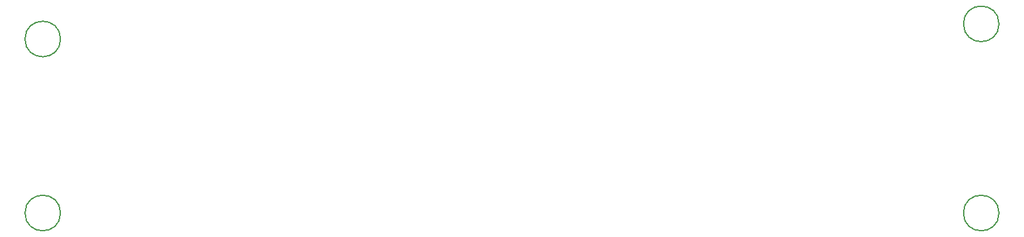
<source format=gbr>
%TF.GenerationSoftware,KiCad,Pcbnew,8.0.4+dfsg-1*%
%TF.CreationDate,2025-02-17T18:06:49+01:00*%
%TF.ProjectId,nixie-clock-tubes,6e697869-652d-4636-9c6f-636b2d747562,rev?*%
%TF.SameCoordinates,Original*%
%TF.FileFunction,Other,Comment*%
%FSLAX46Y46*%
G04 Gerber Fmt 4.6, Leading zero omitted, Abs format (unit mm)*
G04 Created by KiCad (PCBNEW 8.0.4+dfsg-1) date 2025-02-17 18:06:49*
%MOMM*%
%LPD*%
G01*
G04 APERTURE LIST*
%ADD10C,0.150000*%
G04 APERTURE END LIST*
D10*
%TO.C,H3*%
X208350000Y-116000000D02*
G75*
G02*
X203650000Y-116000000I-2350000J0D01*
G01*
X203650000Y-116000000D02*
G75*
G02*
X208350000Y-116000000I2350000J0D01*
G01*
%TO.C,H2*%
X208350000Y-91000000D02*
G75*
G02*
X203650000Y-91000000I-2350000J0D01*
G01*
X203650000Y-91000000D02*
G75*
G02*
X208350000Y-91000000I2350000J0D01*
G01*
%TO.C,H4*%
X84350000Y-116000000D02*
G75*
G02*
X79650000Y-116000000I-2350000J0D01*
G01*
X79650000Y-116000000D02*
G75*
G02*
X84350000Y-116000000I2350000J0D01*
G01*
%TO.C,H1*%
X84350000Y-93000000D02*
G75*
G02*
X79650000Y-93000000I-2350000J0D01*
G01*
X79650000Y-93000000D02*
G75*
G02*
X84350000Y-93000000I2350000J0D01*
G01*
%TD*%
M02*

</source>
